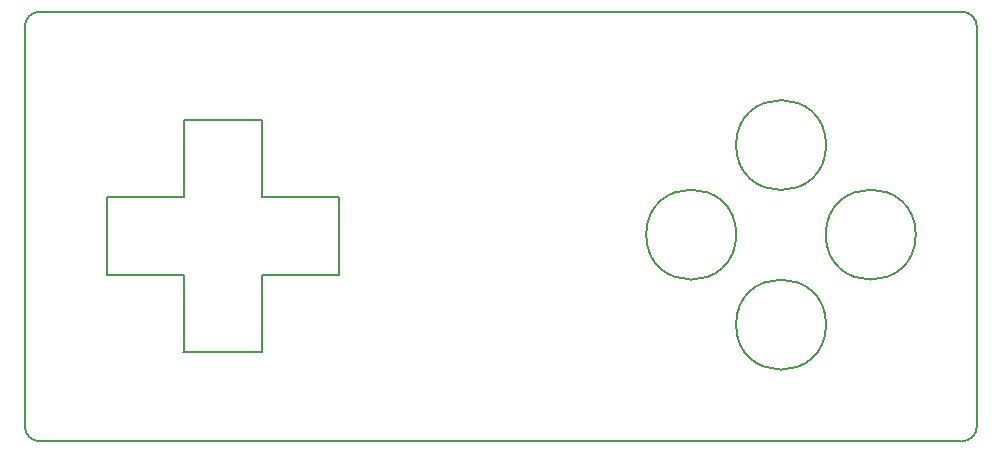
<source format=gbr>
G04 #@! TF.GenerationSoftware,KiCad,Pcbnew,5.0.2+dfsg1-1~bpo9+1*
G04 #@! TF.CreationDate,2019-08-16T14:51:49+01:00*
G04 #@! TF.ProjectId,retro_zero+a_controller,72657472-6f5f-47a6-9572-6f2b615f636f,rev?*
G04 #@! TF.SameCoordinates,Original*
G04 #@! TF.FileFunction,Profile,NP*
%FSLAX46Y46*%
G04 Gerber Fmt 4.6, Leading zero omitted, Abs format (unit mm)*
G04 Created by KiCad (PCBNEW 5.0.2+dfsg1-1~bpo9+1) date Fri 16 Aug 2019 14:51:49 BST*
%MOMM*%
%LPD*%
G01*
G04 APERTURE LIST*
%ADD10C,0.150000*%
%ADD11C,0.200000*%
G04 APERTURE END LIST*
D10*
X183451500Y-119507000D02*
X105410000Y-119507000D01*
X183464200Y-83134200D02*
X105422700Y-83134200D01*
X184746900Y-118237000D02*
G75*
G02X183476900Y-119507000I-1270000J0D01*
G01*
X105422700Y-119507000D02*
G75*
G02X104140000Y-118224300I0J1282700D01*
G01*
D11*
X179578000Y-102006400D02*
G75*
G03X179578000Y-102006400I-3810000J0D01*
G01*
D10*
X124269500Y-98793300D02*
X130771900Y-98793300D01*
X124256800Y-92303600D02*
X124256800Y-98793300D01*
X117602000Y-98793300D02*
X117602000Y-92290900D01*
X117602000Y-92290900D02*
X124256800Y-92290900D01*
X117602000Y-98793300D02*
X111099600Y-98793300D01*
X117602000Y-105460800D02*
X111099600Y-105460800D01*
X117602000Y-105460800D02*
X117602000Y-111963200D01*
X124269500Y-105460800D02*
X124269500Y-111963200D01*
X104140000Y-84404200D02*
G75*
G02X105410000Y-83134200I1270000J0D01*
G01*
D11*
X171983400Y-109626400D02*
G75*
G03X171983400Y-109626400I-3810000J0D01*
G01*
X171983400Y-94424500D02*
G75*
G03X171983400Y-94424500I-3810000J0D01*
G01*
X164376100Y-102006400D02*
G75*
G03X164376100Y-102006400I-3810000J0D01*
G01*
D10*
X104140000Y-118211600D02*
X104140000Y-84378800D01*
X183476900Y-83134200D02*
G75*
G02X184746900Y-84404200I0J-1270000D01*
G01*
X111099600Y-105460800D02*
X111099600Y-98806000D01*
X130771900Y-98793300D02*
X130771900Y-105460800D01*
X117576600Y-111925100D02*
X124244100Y-111925100D01*
X124269500Y-105460800D02*
X130771900Y-105460800D01*
X184746900Y-84416900D02*
X184746900Y-118237000D01*
M02*

</source>
